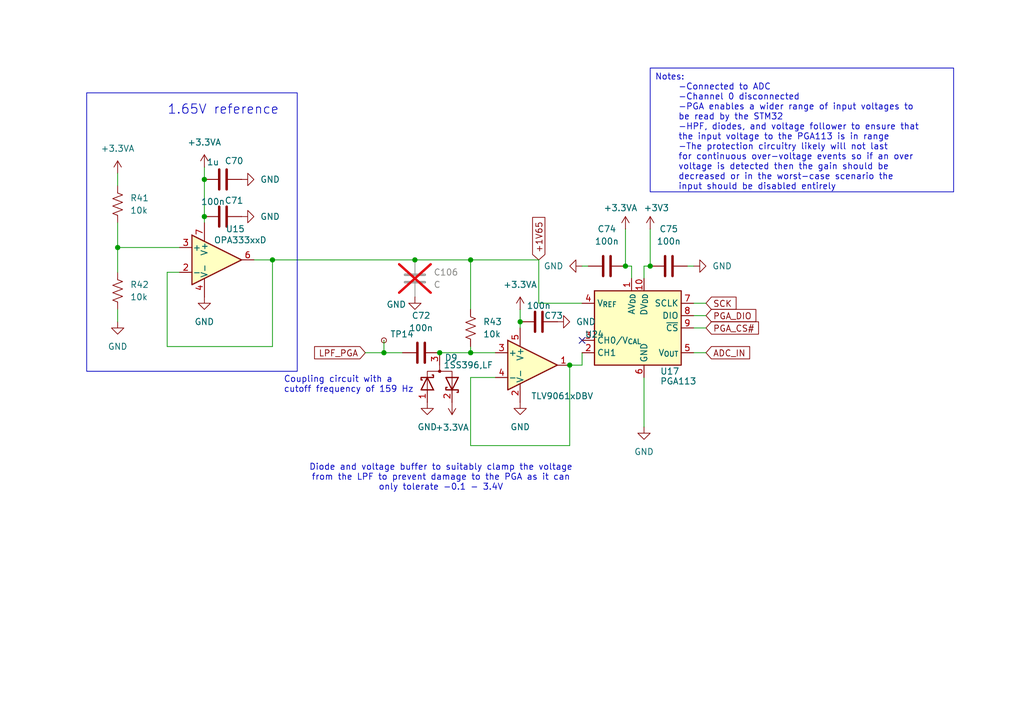
<source format=kicad_sch>
(kicad_sch (version 20231120) (generator "eeschema") (generator_version "8.0")
  (paper "A5")
  (title_block (title "RM") (date "2025-01-17") (rev "1.3") (company "Programmable Gain Amplifier"))
  (lib_symbols
    (symbol "UAM_symbols:C" (pin_numbers hide) (pin_names (offset 0.254))
      (property "Reference" "C" (at 0.635 2.54 0))
      (property "Value" "C" (at 0.635 -2.54 0))
      (symbol "C_0_1"
        (polyline (pts (xy -2.032 -0.762) (xy 2.032 -0.762)) (stroke (width 0.508)))
        (polyline (pts (xy -2.032 0.762) (xy 2.032 0.762)) (stroke (width 0.508)))
      )
      (symbol "C_1_1"
        (pin passive line (at 0 3.81 270) (length 2.794) (name "~") (number "1"))
        (pin passive line (at 0 -3.81 90) (length 2.794) (name "~") (number "2"))
      )
    )
    (symbol "UAM_symbols:D_Schottky_Dual_Series_AKC_Parallel" (pin_names (offset 0.762) hide)
      (property "Reference" "D" (at 0 5.08 0))
      (property "Value" "D_Schottky_Dual_Series_AKC_Parallel" (at 0 -5.08 0))
      (symbol "D_Schottky_Dual_Series_AKC_Parallel_0_1"
        (circle (center -1.27 0) (radius 0.254) (fill (type outline)))
        (polyline (pts (xy -1.27 0) (xy -2.54 0)))
        (polyline (pts (xy 2.54 2.54) (xy -1.27 2.54) (xy -1.27 -2.54) (xy 2.54 -2.54)))
        (polyline (pts (xy -0.508 -1.524) (xy -0.508 -1.27) (xy 0 -1.27) (xy 0 -3.81) (xy 0.508 -3.81) (xy 0.508 -3.556)) (stroke (width 0.254)))
        (polyline (pts (xy 0 3.81) (xy 2.54 2.54) (xy 0 1.27) (xy 0 3.81) (xy 0 3.81) (xy 0 3.81)) (stroke (width 0.254)))
        (polyline (pts (xy 2.54 -1.27) (xy 0 -2.54) (xy 2.54 -3.81) (xy 2.54 -1.27) (xy 2.54 -1.27) (xy 2.54 -1.27)) (stroke (width 0.254)))
        (polyline (pts (xy 3.048 3.556) (xy 3.048 3.81) (xy 2.54 3.81) (xy 2.54 1.27) (xy 2.032 1.27) (xy 2.032 1.524)) (stroke (width 0.254)))
        (pin passive line (at 5.08 -2.54 180) (length 2.54) (name "K") (number "1"))
        (pin passive line (at 5.08 2.54 180) (length 2.54) (name "K") (number "2"))
        (pin passive line (at -5.08 0 0) (length 2.54) (name "A") (number "3"))
      )
    )
    (symbol "UAM_symbols:OPA333xxD" (pin_names (offset 0.127))
      (property "Reference" "U" (at 0 6.35 0))
      (property "Value" "OPA333xxD" (at 0 3.81 0))
      (symbol "OPA333xxD_0_1"
        (polyline (pts (xy -5.08 5.08) (xy 5.08 0) (xy -5.08 -5.08) (xy -5.08 5.08)) (stroke (width 0.254)) (fill (type background)))
      )
      (symbol "OPA333xxD_1_1"
        (pin no_connect line (at -2.54 2.54 270) (length 2.54) hide (name "NC") (number "1"))
        (pin input line (at -7.62 -2.54 0) (length 2.54) (name "-") (number "2"))
        (pin input line (at -7.62 2.54 0) (length 2.54) (name "+") (number "3"))
        (pin power_in line (at -2.54 -7.62 90) (length 3.81) (name "V-") (number "4"))
        (pin no_connect line (at 0 2.54 270) (length 2.54) hide (name "NC") (number "5"))
        (pin output line (at 7.62 0 180) (length 2.54) (name "~") (number "6"))
        (pin power_in line (at -2.54 7.62 270) (length 3.81) (name "V+") (number "7"))
        (pin no_connect line (at 0 -2.54 90) (length 2.54) hide (name "NC") (number "8"))
      )
    )
    (symbol "UAM_symbols:PGA113"
      (property "Reference" "U" (at -8.89 8.89 0))
      (property "Value" "PGA113" (at 7.62 8.89 0))
      (symbol "PGA113_0_1"
        (rectangle (start -10.16 7.62) (end 7.62 -7.62) (stroke (width 0.254)) (fill (type background)))
      )
      (symbol "PGA113_1_1"
        (pin power_in line (at -2.54 10.16 270) (length 2.54) (name "AV_{DD}") (number "1"))
        (pin power_in line (at 0 10.16 270) (length 2.54) (name "DV_{DD}") (number "10"))
        (pin input line (at -12.7 -5.08 0) (length 2.54) (name "CH1") (number "2"))
        (pin input line (at -12.7 -2.54 0) (length 2.54) (name "CH0/V_{CAL}") (number "3"))
        (pin input line (at -12.7 5.08 0) (length 2.54) (name "V_{REF}") (number "4"))
        (pin output line (at 10.16 -5.08 180) (length 2.54) (name "V_{OUT}") (number "5"))
        (pin power_in line (at 0 -10.16 90) (length 2.54) (name "GND") (number "6"))
        (pin input line (at 10.16 5.08 180) (length 2.54) (name "SCLK") (number "7"))
        (pin bidirectional line (at 10.16 2.54 180) (length 2.54) (name "DIO") (number "8"))
        (pin input line (at 10.16 0 180) (length 2.54) (name "~{CS}") (number "9"))
      )
    )
    (symbol "UAM_symbols:R_US" (pin_numbers hide) (pin_names (offset 0))
      (property "Reference" "R" (at 2.54 0 90))
      (property "Value" "R_US" (at -2.54 0 90))
      (symbol "R_US_0_1"
        (polyline (pts (xy 0 -2.286) (xy 0 -2.54)))
        (polyline (pts (xy 0 2.286) (xy 0 2.54)))
        (polyline (pts (xy 0 -0.762) (xy 1.016 -1.143) (xy 0 -1.524) (xy -1.016 -1.905) (xy 0 -2.286)))
        (polyline (pts (xy 0 0.762) (xy 1.016 0.381) (xy 0 0) (xy -1.016 -0.381) (xy 0 -0.762)))
        (polyline (pts (xy 0 2.286) (xy 1.016 1.905) (xy 0 1.524) (xy -1.016 1.143) (xy 0 0.762)))
      )
      (symbol "R_US_1_1"
        (pin passive line (at 0 3.81 270) (length 1.27) (name "~") (number "1"))
        (pin passive line (at 0 -3.81 90) (length 1.27) (name "~") (number "2"))
      )
    )
    (symbol "UAM_symbols:TLV9061xDBV" (pin_names (offset 0.127))
      (property "Reference" "U" (at -1.27 6.35 0))
      (property "Value" "TLV9061xDBV" (at -1.27 3.81 0))
      (symbol "TLV9061xDBV_0_1"
        (polyline (pts (xy -5.08 5.08) (xy 5.08 0) (xy -5.08 -5.08) (xy -5.08 5.08)) (stroke (width 0.254)) (fill (type background)))
        (pin power_in line (at -2.54 -7.62 90) (length 3.81) (name "V-") (number "2"))
        (pin power_in line (at -2.54 7.62 270) (length 3.81) (name "V+") (number "5"))
      )
      (symbol "TLV9061xDBV_1_1"
        (pin output line (at 7.62 0 180) (length 2.54) (name "~") (number "1"))
        (pin input line (at -7.62 2.54 0) (length 2.54) (name "+") (number "3"))
        (pin input line (at -7.62 -2.54 0) (length 2.54) (name "-") (number "4"))
      )
    )
    (symbol "UAM_symbols:TestPoint_Small" (pin_numbers hide) (pin_names (offset 0.762) hide)
      (property "Reference" "TP" (at 0 3.81 0))
      (property "Value" "TestPoint_Small" (at 0 2.032 0))
      (symbol "TestPoint_Small_0_1"
        (circle (center 0 0) (radius 0.508))
      )
      (symbol "TestPoint_Small_1_1"
        (pin passive line (at 0 0 90) (length 0) (name "1") (number "1"))
      )
    )
    (symbol "power:+3.3V" (power) (pin_numbers hide) (pin_names (offset 0) hide)
      (property "Value" "+3.3V" (at 0 3.556 0))
      (symbol "+3.3V_0_1"
        (polyline (pts (xy -0.762 1.27) (xy 0 2.54)))
        (polyline (pts (xy 0 0) (xy 0 2.54)))
        (polyline (pts (xy 0 2.54) (xy 0.762 1.27)))
      )
      (symbol "+3.3V_1_1"
        (pin power_in line (at 0 0 90) (length 0) (name "~") (number "1"))
      )
    )
    (symbol "power:+3.3VA" (power) (pin_numbers hide) (pin_names (offset 0) hide)
      (property "Value" "+3.3VA" (at 0 3.556 0))
      (symbol "+3.3VA_0_1"
        (polyline (pts (xy -0.762 1.27) (xy 0 2.54)))
        (polyline (pts (xy 0 0) (xy 0 2.54)))
        (polyline (pts (xy 0 2.54) (xy 0.762 1.27)))
      )
      (symbol "+3.3VA_1_1"
        (pin power_in line (at 0 0 90) (length 0) (name "~") (number "1"))
      )
    )
    (symbol "power:+3V3" (power) (pin_numbers hide) (pin_names (offset 0) hide)
      (property "Value" "+3V3" (at 0 3.556 0))
      (symbol "+3V3_0_1"
        (polyline (pts (xy -0.762 1.27) (xy 0 2.54)))
        (polyline (pts (xy 0 0) (xy 0 2.54)))
        (polyline (pts (xy 0 2.54) (xy 0.762 1.27)))
      )
      (symbol "+3V3_1_1"
        (pin power_in line (at 0 0 90) (length 0) (name "~") (number "1"))
      )
    )
    (symbol "power:GND" (power) (pin_numbers hide) (pin_names (offset 0) hide)
      (property "Value" "GND" (at 0 -3.81 0))
      (symbol "GND_0_1"
        (polyline (pts (xy 0 0) (xy 0 -1.27) (xy 1.27 -1.27) (xy 0 -2.54) (xy -1.27 -1.27) (xy 0 -1.27)))
      )
      (symbol "GND_1_1"
        (pin power_in line (at 0 0 270) (length 0) (name "~") (number "1"))
      )
    )
  )
  (junction (at 24.13 50.8))
  (junction (at 90.17 72.39))
  (junction (at 96.52 72.39))
  (junction (at 41.91 44.45))
  (junction (at 41.91 36.83))
  (junction (at 106.68 66.04))
  (junction (at 96.52 53.34))
  (junction (at 78.74 72.39))
  (junction (at 116.84 74.93))
  (junction (at 133.35 54.61))
  (junction (at 128.27 54.61))
  (junction (at 85.09 53.34))
  (junction (at 55.88 53.34))
  (no_connect (at 119.38 69.85))
  (wire (pts (xy 144.78 67.31) (xy 142.24 67.31)))
  (wire (pts (xy 36.83 50.8) (xy 24.13 50.8)))
  (wire (pts (xy 24.13 50.8) (xy 24.13 55.88)))
  (wire (pts (xy 144.78 72.39) (xy 142.24 72.39)))
  (wire (pts (xy 78.74 72.39) (xy 82.55 72.39)))
  (wire (pts (xy 106.68 63.5) (xy 106.68 66.04)))
  (wire (pts (xy 34.29 71.12) (xy 55.88 71.12)))
  (wire (pts (xy 128.27 46.99) (xy 128.27 54.61)))
  (wire (pts (xy 119.38 54.61) (xy 120.65 54.61)))
  (wire (pts (xy 55.88 53.34) (xy 52.07 53.34)))
  (wire (pts (xy 96.52 72.39) (xy 101.6 72.39)))
  (wire (pts (xy 140.97 54.61) (xy 142.24 54.61)))
  (wire (pts (xy 96.52 71.12) (xy 96.52 72.39)))
  (wire (pts (xy 116.84 91.44) (xy 116.84 74.93)))
  (wire (pts (xy 24.13 35.56) (xy 24.13 38.1)))
  (wire (pts (xy 119.38 74.93) (xy 116.84 74.93)))
  (wire (pts (xy 55.88 53.34) (xy 55.88 71.12)))
  (wire (pts (xy 41.91 34.29) (xy 41.91 36.83)))
  (wire (pts (xy 110.49 53.34) (xy 110.49 62.23)))
  (wire (pts (xy 96.52 77.47) (xy 96.52 91.44)))
  (wire (pts (xy 85.09 53.34) (xy 96.52 53.34)))
  (wire (pts (xy 128.27 54.61) (xy 129.54 54.61)))
  (wire (pts (xy 133.35 46.99) (xy 133.35 54.61)))
  (wire (pts (xy 74.93 72.39) (xy 78.74 72.39)))
  (wire (pts (xy 144.78 62.23) (xy 142.24 62.23)))
  (wire (pts (xy 34.29 55.88) (xy 34.29 71.12)))
  (wire (pts (xy 110.49 62.23) (xy 119.38 62.23)))
  (wire (pts (xy 106.68 66.04) (xy 106.68 67.31)))
  (wire (pts (xy 129.54 54.61) (xy 129.54 57.15)))
  (wire (pts (xy 119.38 72.39) (xy 119.38 74.93)))
  (wire (pts (xy 36.83 55.88) (xy 34.29 55.88)))
  (wire (pts (xy 144.78 64.77) (xy 142.24 64.77)))
  (wire (pts (xy 132.08 77.47) (xy 132.08 87.63)))
  (wire (pts (xy 96.52 91.44) (xy 116.84 91.44)))
  (wire (pts (xy 41.91 36.83) (xy 41.91 44.45)))
  (wire (pts (xy 101.6 77.47) (xy 96.52 77.47)))
  (wire (pts (xy 24.13 63.5) (xy 24.13 66.04)))
  (wire (pts (xy 78.74 69.85) (xy 78.74 72.39)))
  (wire (pts (xy 133.35 54.61) (xy 132.08 54.61)))
  (wire (pts (xy 132.08 54.61) (xy 132.08 57.15)))
  (wire (pts (xy 96.52 53.34) (xy 110.49 53.34)))
  (wire (pts (xy 55.88 53.34) (xy 85.09 53.34)))
  (wire (pts (xy 96.52 53.34) (xy 96.52 63.5)))
  (wire (pts (xy 90.17 72.39) (xy 96.52 72.39)))
  (wire (pts (xy 24.13 50.8) (xy 24.13 45.72)))
  (wire (pts (xy 41.91 44.45) (xy 41.91 45.72)))
  (rectangle (start 17.78 19.05) (end 60.96 76.2))
  (text_box "Notes:\n	-Connected to ADC\n	-Channel 0 disconnected\n	-PGA enables a wider range of input voltages to\n	be read by the STM32\n	-HPF, diodes, and voltage follower to ensure that\n	the input voltage to the PGA113 is in range\n	-The protection circuitry likely will not last\n	for continuous over-voltage events so if an over\n	voltage is detected then the gain should be\n	decreased or in the worst-case scenario the\n	input should be disabled entirely\n" (at 133.35 13.97 0) (size 62.23 25.4) (effects (font (size 1.27 1.27)) (justify left top)))
  (text "1.65V reference" (at 34.29 22.606 0) (effects (font (size 1.905 1.905)) (justify left)))
  (text "Diode and voltage buffer to suitably clamp the voltage\nfrom the LPF to prevent damage to the PGA as it can\nonly tolerate -0.1 - 3.4V" (at 90.424 98.044 0) (effects (font (size 1.27 1.27))))
  (text "Coupling circuit with a \ncutoff frequency of 159 Hz" (at 58.166 78.994 0) (effects (font (size 1.27 1.27)) (justify left)))
  (global_label "SCK" (shape input) (at 144.78 62.23 0) (property "Intersheetrefs" "${INTERSHEET_REFS}" (effects (hide yes))))
  (global_label "PGA_CS#" (shape input) (at 144.78 67.31 0) (property "Intersheetrefs" "${INTERSHEET_REFS}" (effects (hide yes))))
  (global_label "ADC_IN" (shape input) (at 144.78 72.39 0) (property "Intersheetrefs" "${INTERSHEET_REFS}" (effects (hide yes))))
  (global_label "+1V65" (shape input) (at 110.49 53.34 90) (property "Intersheetrefs" "${INTERSHEET_REFS}" (effects (hide yes))))
  (global_label "PGA_DIO" (shape input) (at 144.78 64.77 0) (property "Intersheetrefs" "${INTERSHEET_REFS}" (effects (hide yes))))
  (global_label "LPF_PGA" (shape input) (at 74.93 72.39 180) (property "Intersheetrefs" "${INTERSHEET_REFS}" (effects (hide yes))))
  (symbol (lib_id "power:GND") (at 132.08 87.63 0) (unit 1)
    (property "Reference" "#PWR0121" (effects (hide yes)))
    (property "Value" "GND" (at 132.08 92.71 0))
    (property "Description" "Power symbol creates a global label with name \"GND\" , ground" (effects (hide yes)))
  )
  (symbol (lib_id "power:GND") (at 24.13 66.04 0) (unit 1)
    (property "Reference" "#PWR0111" (effects (hide yes)))
    (property "Value" "GND" (at 24.13 71.12 0))
    (property "Description" "Power symbol creates a global label with name \"GND\" , ground" (effects (hide yes)))
  )
  (symbol (lib_id "power:GND") (at 106.68 82.55 0) (unit 1)
    (property "Reference" "#PWR0117" (effects (hide yes)))
    (property "Value" "GND" (at 106.68 87.63 0))
    (property "Description" "Power symbol creates a global label with name \"GND\" , ground" (effects (hide yes)))
  )
  (symbol (lib_id "power:+3.3V") (at 41.91 34.29 0) (unit 1)
    (property "Reference" "#PWR0112" (effects (hide yes)))
    (property "Value" "+3.3VA" (at 41.91 29.21 0))
    (property "Description" "Power symbol creates a global label with name \"+3.3V\"" (effects (hide yes)))
  )
  (symbol (lib_id "power:GND") (at 119.38 54.61 270) (unit 1)
    (property "Reference" "#PWR0119" (effects (hide yes)))
    (property "Value" "GND" (at 115.57 54.6099 90) (effects (justify right)))
    (property "Description" "Power symbol creates a global label with name \"GND\" , ground" (effects (hide yes)))
  )
  (symbol (lib_id "UAM_symbols:C") (at 85.09 57.15 0) (unit 1) (in_bom no) (dnp yes)
    (property "Reference" "C106" (at 88.9 55.8799 0) (effects (justify left)))
    (property "Value" "C" (at 88.9 58.4199 0) (effects (justify left)))
    (property "Footprint" "Capacitor_SMD:C_0603_1608Metric_Pad1.08x0.95mm_HandSolder" (effects (hide yes)))
    (property "Description" "Unpolarized capacitor" (effects (hide yes)))
  )
  (symbol (lib_id "power:GND") (at 114.3 66.04 90) (unit 1)
    (property "Reference" "#PWR0118" (effects (hide yes)))
    (property "Value" "GND" (at 118.11 66.0399 90) (effects (justify right)))
    (property "Description" "Power symbol creates a global label with name \"GND\" , ground" (effects (hide yes)))
  )
  (symbol (lib_id "power:GND") (at 49.53 36.83 90) (unit 1)
    (property "Reference" "#PWR0165" (effects (hide yes)))
    (property "Value" "GND" (at 53.34 36.8299 90) (effects (justify right)))
    (property "Description" "Power symbol creates a global label with name \"GND\" , ground" (effects (hide yes)))
  )
  (symbol (lib_id "UAM_symbols:TestPoint_Small") (at 78.74 69.85 0) (unit 1)
    (property "Reference" "TP14" (at 80.01 68.5799 0) (effects (justify left)))
    (property "Value" "TestPoint_Small" (effects (hide yes)))
    (property "Footprint" "TestPoint:TestPoint_Pad_D1.0mm" (effects (hide yes)))
    (property "Description" "test point" (effects (hide yes)))
  )
  (symbol (lib_id "UAM_symbols:D_Schottky_Dual_Series_AKC_Parallel") (at 90.17 77.47 270) (unit 1)
    (property "Reference" "D9" (at 91.186 73.406 90) (effects (justify left)))
    (property "Value" "1SS396,LF" (at 90.932 74.93 90) (effects (justify left)))
    (property "Footprint" "Package_TO_SOT_SMD:SC-59_Handsoldering" (effects (hide yes)))
    (property "Description" "Dual Schottky diode, anode/cathode/center" (effects (hide yes)))
  )
  (symbol (lib_id "power:+3.3VA") (at 106.68 63.5 0) (unit 1)
    (property "Reference" "#PWR0116" (effects (hide yes)))
    (property "Value" "+3.3VA" (at 106.68 58.42 0))
    (property "Description" "Power symbol creates a global label with name \"+3.3VA\"" (effects (hide yes)))
  )
  (symbol (lib_id "UAM_symbols:R_US") (at 96.52 67.31 0) (unit 1)
    (property "Reference" "R43" (at 99.06 66.0399 0) (effects (justify left)))
    (property "Value" "10k" (at 99.06 68.5799 0) (effects (justify left)))
    (property "Footprint" "Resistor_SMD:R_0603_1608Metric_Pad0.98x0.95mm_HandSolder" (effects (hide yes)))
    (property "Description" "Resistor, US symbol" (effects (hide yes)))
  )
  (symbol (lib_id "UAM_symbols:OPA333xxD") (at 44.45 53.34 0) (unit 1)
    (property "Reference" "U15" (at 48.26 46.99 0))
    (property "Value" "OPA333xxD" (at 49.276 49.276 0))
    (property "Footprint" "Package_SO:SOIC-8_3.9x4.9mm_P1.27mm" (effects (hide yes)))
    (property "Datasheet" "http://www.ti.com/lit/ds/symlink/opa333.pdf" (effects (hide yes)))
    (property "Description" "Single 1.8V, microPower, CMOS Operational Amplifiers, Zero-Drift Series, SOIC-8" (effects (hide yes)))
  )
  (symbol (lib_id "UAM_symbols:C") (at 45.72 44.45 90) (unit 1)
    (property "Reference" "C71" (at 48.006 41.148 90))
    (property "Value" "100n" (at 43.688 41.402 90))
    (property "Footprint" "Capacitor_SMD:C_0603_1608Metric_Pad1.08x0.95mm_HandSolder" (effects (hide yes)))
    (property "Description" "Unpolarized capacitor" (effects (hide yes)))
  )
  (symbol (lib_id "power:+3.3VA") (at 92.71 82.55 180) (unit 1)
    (property "Reference" "#PWR0115" (effects (hide yes)))
    (property "Value" "+3.3VA" (at 92.71 87.7184 0))
    (property "Description" "Power symbol creates a global label with name \"+3.3VA\"" (effects (hide yes)))
  )
  (symbol (lib_id "UAM_symbols:C") (at 137.16 54.61 270) (unit 1)
    (property "Reference" "C75" (at 137.16 46.99 90))
    (property "Value" "100n" (at 137.16 49.53 90))
    (property "Footprint" "Capacitor_SMD:C_0603_1608Metric_Pad1.08x0.95mm_HandSolder" (effects (hide yes)))
    (property "Description" "Unpolarized capacitor" (effects (hide yes)))
  )
  (symbol (lib_id "UAM_symbols:C") (at 124.46 54.61 90) (unit 1)
    (property "Reference" "C74" (at 124.46 46.99 90))
    (property "Value" "100n" (at 124.46 49.53 90))
    (property "Footprint" "Capacitor_SMD:C_0603_1608Metric_Pad1.08x0.95mm_HandSolder" (effects (hide yes)))
    (property "Description" "Unpolarized capacitor" (effects (hide yes)))
  )
  (symbol (lib_id "UAM_symbols:R_US") (at 24.13 41.91 0) (unit 1)
    (property "Reference" "R41" (at 26.67 40.6399 0) (effects (justify left)))
    (property "Value" "10k" (at 26.67 43.1799 0) (effects (justify left)))
    (property "Footprint" "Resistor_SMD:R_0603_1608Metric_Pad0.98x0.95mm_HandSolder" (effects (hide yes)))
    (property "Description" "Resistor, US symbol" (effects (hide yes)))
  )
  (symbol (lib_id "power:+3.3VA") (at 24.13 35.56 0) (unit 1)
    (property "Reference" "#PWR0110" (effects (hide yes)))
    (property "Value" "+3.3VA" (at 24.13 30.48 0))
    (property "Description" "Power symbol creates a global label with name \"+3.3VA\"" (effects (hide yes)))
  )
  (symbol (lib_id "UAM_symbols:R_US") (at 24.13 59.69 0) (unit 1)
    (property "Reference" "R42" (at 26.67 58.4199 0) (effects (justify left)))
    (property "Value" "10k" (at 26.67 60.9599 0) (effects (justify left)))
    (property "Footprint" "Resistor_SMD:R_0603_1608Metric_Pad0.98x0.95mm_HandSolder" (effects (hide yes)))
    (property "Description" "Resistor, US symbol" (effects (hide yes)))
  )
  (symbol (lib_id "power:+3V3") (at 133.35 46.99 0) (unit 1)
    (property "Reference" "#PWR0122" (effects (hide yes)))
    (property "Value" "+3V3" (at 134.62 42.672 0))
    (property "Description" "Power symbol creates a global label with name \"+3V3\"" (effects (hide yes)))
  )
  (symbol (lib_id "power:GND") (at 142.24 54.61 90) (unit 1)
    (property "Reference" "#PWR0123" (effects (hide yes)))
    (property "Value" "GND" (at 146.05 54.6099 90) (effects (justify right)))
    (property "Description" "Power symbol creates a global label with name \"GND\" , ground" (effects (hide yes)))
  )
  (symbol (lib_id "power:GND") (at 49.53 44.45 90) (unit 1)
    (property "Reference" "#PWR0166" (effects (hide yes)))
    (property "Value" "GND" (at 53.34 44.4499 90) (effects (justify right)))
    (property "Description" "Power symbol creates a global label with name \"GND\" , ground" (effects (hide yes)))
  )
  (symbol (lib_id "UAM_symbols:C") (at 110.49 66.04 90) (unit 1)
    (property "Reference" "C73" (at 113.538 64.77 90))
    (property "Value" "100n" (at 110.49 62.738 90))
    (property "Footprint" "Capacitor_SMD:C_0603_1608Metric_Pad1.08x0.95mm_HandSolder" (effects (hide yes)))
    (property "Description" "Unpolarized capacitor" (effects (hide yes)))
  )
  (symbol (lib_id "UAM_symbols:C") (at 45.72 36.83 90) (unit 1)
    (property "Reference" "C70" (at 48.006 33.02 90))
    (property "Value" "1u" (at 43.688 33.274 90))
    (property "Footprint" "Capacitor_SMD:C_0603_1608Metric_Pad1.08x0.95mm_HandSolder" (effects (hide yes)))
    (property "Description" "Unpolarized capacitor" (effects (hide yes)))
  )
  (symbol (lib_id "power:+3.3VA") (at 128.27 46.99 0) (unit 1)
    (property "Reference" "#PWR0120" (effects (hide yes)))
    (property "Value" "+3.3VA" (at 127.254 42.672 0))
    (property "Description" "Power symbol creates a global label with name \"+3.3VA\"" (effects (hide yes)))
  )
  (symbol (lib_id "power:GND") (at 41.91 60.96 0) (unit 1)
    (property "Reference" "#PWR0113" (effects (hide yes)))
    (property "Value" "GND" (at 41.91 66.04 0))
    (property "Description" "Power symbol creates a global label with name \"GND\" , ground" (effects (hide yes)))
  )
  (symbol (lib_id "UAM_symbols:C") (at 86.36 72.39 90) (unit 1)
    (property "Reference" "C72" (at 86.36 64.77 90))
    (property "Value" "100n" (at 86.36 67.31 90))
    (property "Footprint" "Capacitor_SMD:C_0603_1608Metric_Pad1.08x0.95mm_HandSolder" (effects (hide yes)))
    (property "Description" "Unpolarized capacitor" (effects (hide yes)))
  )
  (symbol (lib_id "UAM_symbols:PGA113") (at 132.08 67.31 0) (unit 1)
    (property "Reference" "U17" (at 135.382 76.2 0) (effects (justify left)))
    (property "Value" "PGA113" (at 135.382 78.232 0) (effects (justify left)))
    (property "Footprint" "Package_SO:TSSOP-10_3x3mm_P0.5mm" (effects (hide yes)))
    (property "Datasheet" "http://www.ti.com/lit/ds/sbos424c/sbos424c.pdf" (effects (hide yes)))
    (property "Description" "Zero-Drift Programmable Gain Amplifier With Mux, x1/x2/x5/x10/x20/x50/x100/x200 gains, VSSOP-10" (effects (hide yes)))
  )
  (symbol (lib_id "UAM_symbols:TLV9061xDBV") (at 109.22 74.93 0) (unit 1)
    (property "Reference" "U24" (at 121.92 68.6114 0))
    (property "Value" "TLV9061xDBV" (at 115.316 81.28 0))
    (property "Footprint" "Package_TO_SOT_SMD:SOT-23-5" (effects (hide yes)))
    (property "Datasheet" "https://www.ti.com/lit/ds/symlink/tlv9061.pdf" (effects (hide yes)))
    (property "Description" "10-MHz, RRIO, CMOS Operational Amplifiers for Cost-Sensitive Systems, SOT-23-5" (effects (hide yes)))
  )
  (symbol (lib_id "power:GND") (at 87.63 82.55 0) (unit 1)
    (property "Reference" "#PWR0114" (effects (hide yes)))
    (property "Value" "GND" (at 87.63 87.63 0))
    (property "Description" "Power symbol creates a global label with name \"GND\" , ground" (effects (hide yes)))
  )
  (symbol (lib_id "power:GND") (at 85.09 60.96 0) (unit 1)
    (property "Reference" "#PWR0168" (effects (hide yes)))
    (property "Value" "GND" (at 81.28 62.484 0))
    (property "Description" "Power symbol creates a global label with name \"GND\" , ground" (effects (hide yes)))
  )
)
</source>
